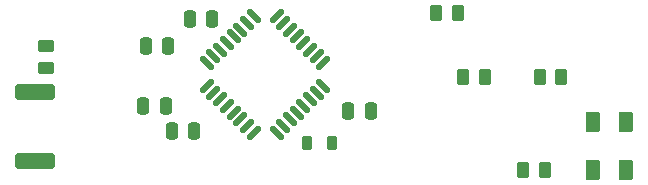
<source format=gbr>
%TF.GenerationSoftware,KiCad,Pcbnew,7.0.7*%
%TF.CreationDate,2023-09-18T12:00:33+02:00*%
%TF.ProjectId,AT90S4433_evaluation_board,41543930-5334-4343-9333-5f6576616c75,rev?*%
%TF.SameCoordinates,Original*%
%TF.FileFunction,Paste,Top*%
%TF.FilePolarity,Positive*%
%FSLAX46Y46*%
G04 Gerber Fmt 4.6, Leading zero omitted, Abs format (unit mm)*
G04 Created by KiCad (PCBNEW 7.0.7) date 2023-09-18 12:00:33*
%MOMM*%
%LPD*%
G01*
G04 APERTURE LIST*
G04 Aperture macros list*
%AMRoundRect*
0 Rectangle with rounded corners*
0 $1 Rounding radius*
0 $2 $3 $4 $5 $6 $7 $8 $9 X,Y pos of 4 corners*
0 Add a 4 corners polygon primitive as box body*
4,1,4,$2,$3,$4,$5,$6,$7,$8,$9,$2,$3,0*
0 Add four circle primitives for the rounded corners*
1,1,$1+$1,$2,$3*
1,1,$1+$1,$4,$5*
1,1,$1+$1,$6,$7*
1,1,$1+$1,$8,$9*
0 Add four rect primitives between the rounded corners*
20,1,$1+$1,$2,$3,$4,$5,0*
20,1,$1+$1,$4,$5,$6,$7,0*
20,1,$1+$1,$6,$7,$8,$9,0*
20,1,$1+$1,$8,$9,$2,$3,0*%
G04 Aperture macros list end*
%ADD10RoundRect,0.250000X-0.375000X-0.625000X0.375000X-0.625000X0.375000X0.625000X-0.375000X0.625000X0*%
%ADD11RoundRect,0.125000X-0.530330X0.353553X0.353553X-0.530330X0.530330X-0.353553X-0.353553X0.530330X0*%
%ADD12RoundRect,0.125000X-0.530330X-0.353553X-0.353553X-0.530330X0.530330X0.353553X0.353553X0.530330X0*%
%ADD13RoundRect,0.250000X-1.425000X0.425000X-1.425000X-0.425000X1.425000X-0.425000X1.425000X0.425000X0*%
%ADD14RoundRect,0.250000X-0.262500X-0.450000X0.262500X-0.450000X0.262500X0.450000X-0.262500X0.450000X0*%
%ADD15RoundRect,0.250000X-0.250000X-0.475000X0.250000X-0.475000X0.250000X0.475000X-0.250000X0.475000X0*%
%ADD16RoundRect,0.218750X0.218750X0.381250X-0.218750X0.381250X-0.218750X-0.381250X0.218750X-0.381250X0*%
%ADD17RoundRect,0.250000X0.262500X0.450000X-0.262500X0.450000X-0.262500X-0.450000X0.262500X-0.450000X0*%
%ADD18RoundRect,0.250000X0.250000X0.475000X-0.250000X0.475000X-0.250000X-0.475000X0.250000X-0.475000X0*%
%ADD19RoundRect,0.250000X0.450000X-0.262500X0.450000X0.262500X-0.450000X0.262500X-0.450000X-0.262500X0*%
G04 APERTURE END LIST*
D10*
%TO.C,D1*%
X152270000Y-91694000D03*
X155070000Y-91694000D03*
%TD*%
D11*
%TO.C,U1*%
X123566344Y-82711887D03*
X123000659Y-83277573D03*
X122434973Y-83843258D03*
X121869288Y-84408943D03*
X121303602Y-84974629D03*
X120737917Y-85540314D03*
X120172232Y-86106000D03*
X119606546Y-86671685D03*
D12*
X119606546Y-88616229D03*
X120172232Y-89181914D03*
X120737917Y-89747600D03*
X121303602Y-90313285D03*
X121869288Y-90878971D03*
X122434973Y-91444656D03*
X123000659Y-92010341D03*
X123566344Y-92576027D03*
D11*
X125510888Y-92576027D03*
X126076573Y-92010341D03*
X126642259Y-91444656D03*
X127207944Y-90878971D03*
X127773630Y-90313285D03*
X128339315Y-89747600D03*
X128905000Y-89181914D03*
X129470686Y-88616229D03*
D12*
X129470686Y-86671685D03*
X128905000Y-86106000D03*
X128339315Y-85540314D03*
X127773630Y-84974629D03*
X127207944Y-84408943D03*
X126642259Y-83843258D03*
X126076573Y-83277573D03*
X125510888Y-82711887D03*
%TD*%
D13*
%TO.C,D3*%
X105079800Y-89149600D03*
X105079800Y-94949600D03*
%TD*%
D10*
%TO.C,D2*%
X152270000Y-95758000D03*
X155070000Y-95758000D03*
%TD*%
D14*
%TO.C,R2*%
X147804500Y-87884000D03*
X149629500Y-87884000D03*
%TD*%
D15*
%TO.C,C2*%
X116652000Y-92456000D03*
X118552000Y-92456000D03*
%TD*%
D14*
%TO.C,R4*%
X146407500Y-95758000D03*
X148232500Y-95758000D03*
%TD*%
D16*
%TO.C,L1*%
X130246900Y-93472000D03*
X128121900Y-93472000D03*
%TD*%
D15*
%TO.C,C1*%
X114239000Y-90297000D03*
X116139000Y-90297000D03*
%TD*%
%TO.C,C5*%
X114432000Y-85217000D03*
X116332000Y-85217000D03*
%TD*%
D17*
%TO.C,R3*%
X143152500Y-87884000D03*
X141327500Y-87884000D03*
%TD*%
D18*
%TO.C,C3*%
X133487200Y-90779600D03*
X131587200Y-90779600D03*
%TD*%
D15*
%TO.C,C4*%
X118176000Y-82931000D03*
X120076000Y-82931000D03*
%TD*%
D17*
%TO.C,R1*%
X140866500Y-82423000D03*
X139041500Y-82423000D03*
%TD*%
D19*
%TO.C,R5*%
X106019600Y-87094700D03*
X106019600Y-85269700D03*
%TD*%
M02*

</source>
